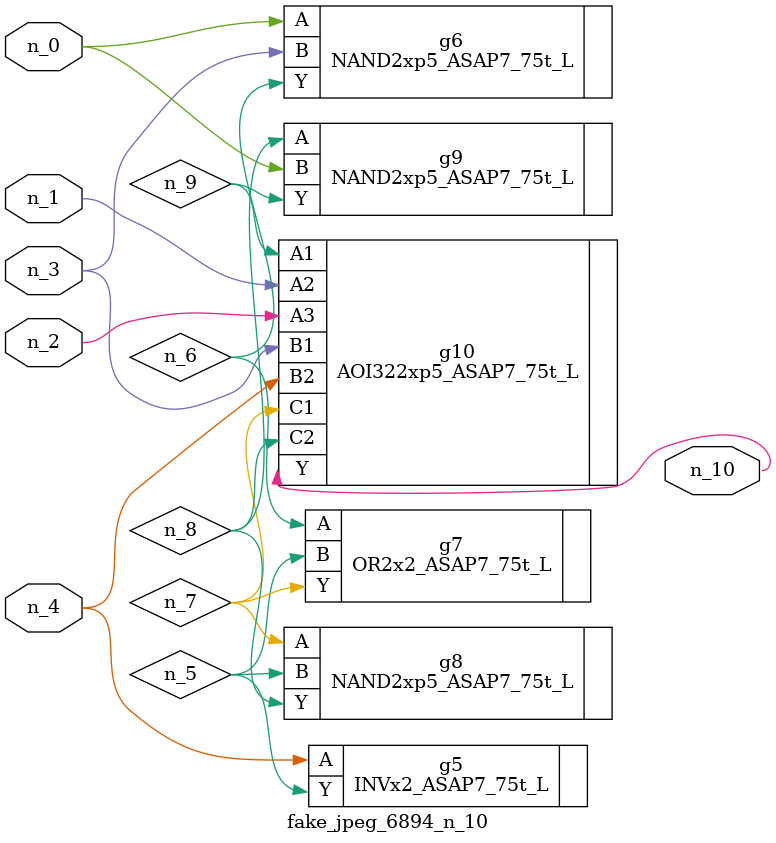
<source format=v>
module fake_jpeg_6894_n_10 (n_3, n_2, n_1, n_0, n_4, n_10);

input n_3;
input n_2;
input n_1;
input n_0;
input n_4;

output n_10;

wire n_8;
wire n_9;
wire n_6;
wire n_5;
wire n_7;

INVx2_ASAP7_75t_L g5 ( 
.A(n_4),
.Y(n_5)
);

NAND2xp5_ASAP7_75t_L g6 ( 
.A(n_0),
.B(n_3),
.Y(n_6)
);

OR2x2_ASAP7_75t_L g7 ( 
.A(n_6),
.B(n_5),
.Y(n_7)
);

NAND2xp5_ASAP7_75t_L g8 ( 
.A(n_7),
.B(n_5),
.Y(n_8)
);

NAND2xp5_ASAP7_75t_L g9 ( 
.A(n_8),
.B(n_0),
.Y(n_9)
);

AOI322xp5_ASAP7_75t_L g10 ( 
.A1(n_9),
.A2(n_1),
.A3(n_2),
.B1(n_3),
.B2(n_4),
.C1(n_7),
.C2(n_8),
.Y(n_10)
);


endmodule
</source>
